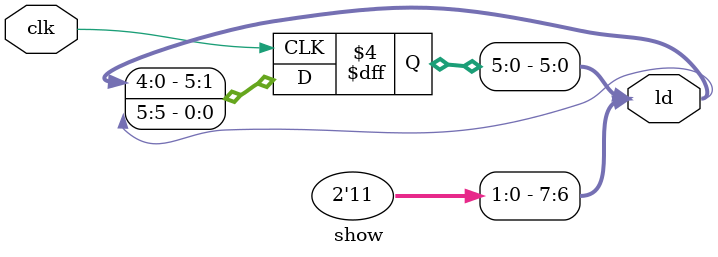
<source format=v>
`timescale 1ns / 1ps

module show(clk,ld);
    input clk;
    output reg [7:0]ld = 8'b1111_1110;
    integer i;
    always@(posedge clk) begin
        for(i = 0 ; i < 5 ;i = i + 1)begin
            ld[i+1] <= ld[i];
        end
        ld[0] <= ld[5];
    end
    
endmodule
</source>
